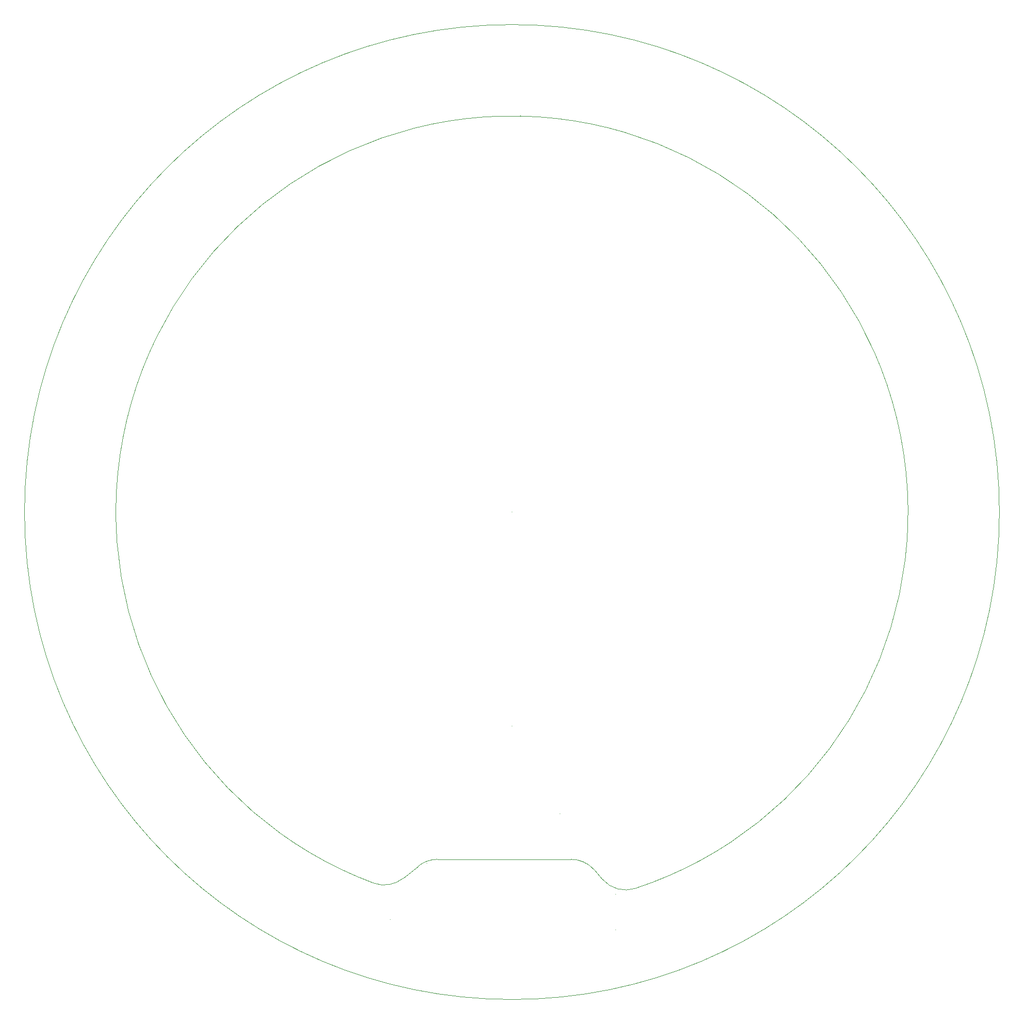
<source format=gbr>
%TF.GenerationSoftware,KiCad,Pcbnew,9.0.6*%
%TF.CreationDate,2026-01-20T23:08:51+08:00*%
%TF.ProjectId,Ledx10,4c656478-3130-42e6-9b69-6361645f7063,rev?*%
%TF.SameCoordinates,Original*%
%TF.FileFunction,Profile,NP*%
%FSLAX46Y46*%
G04 Gerber Fmt 4.6, Leading zero omitted, Abs format (unit mm)*
G04 Created by KiCad (PCBNEW 9.0.6) date 2026-01-20 23:08:51*
%MOMM*%
%LPD*%
G01*
G04 APERTURE LIST*
%TA.AperFunction,Profile*%
%ADD10C,0.010050*%
%TD*%
%TA.AperFunction,Profile*%
%ADD11C,0.050000*%
%TD*%
G04 APERTURE END LIST*
D10*
X83840449Y-155027600D02*
G75*
G02*
X83830399Y-155027600I-5025J0D01*
G01*
X83830399Y-155027600D02*
G75*
G02*
X83840449Y-155027600I5025J0D01*
G01*
X97840449Y-132527600D02*
G75*
G02*
X97830399Y-132527600I-5025J0D01*
G01*
X97830399Y-132527600D02*
G75*
G02*
X97840449Y-132527600I5025J0D01*
G01*
X105701825Y-146939796D02*
G75*
G02*
X105691775Y-146939796I-5025J0D01*
G01*
X105691775Y-146939796D02*
G75*
G02*
X105701825Y-146939796I5025J0D01*
G01*
D11*
X107542995Y-154382200D02*
G75*
G02*
X111312470Y-156097272I5J-4999900D01*
G01*
X79978308Y-157483681D02*
X82443201Y-155492628D01*
D10*
X97822920Y-97382200D02*
G75*
G02*
X97812870Y-97382200I-5025J0D01*
G01*
X97812870Y-97382200D02*
G75*
G02*
X97822920Y-97382200I5025J0D01*
G01*
D11*
X111312486Y-156097258D02*
X112703413Y-157693360D01*
X82443201Y-155492628D02*
G75*
G02*
X85585050Y-154382170I3141899J-3889572D01*
G01*
D10*
X83822920Y-154382200D02*
G75*
G02*
X83812870Y-154382200I-5025J0D01*
G01*
X83812870Y-154382200D02*
G75*
G02*
X83822920Y-154382200I5025J0D01*
G01*
D11*
X118027506Y-159160608D02*
G75*
G02*
X112703391Y-157693379I-1554606J4752208D01*
G01*
D10*
X109840449Y-155027600D02*
G75*
G02*
X109830399Y-155027600I-5025J0D01*
G01*
X109830399Y-155027600D02*
G75*
G02*
X109840449Y-155027600I5025J0D01*
G01*
X114822920Y-160119749D02*
G75*
G02*
X114812870Y-160119749I-5025J0D01*
G01*
X114812870Y-160119749D02*
G75*
G02*
X114822920Y-160119749I5025J0D01*
G01*
D11*
X177817895Y-97382200D02*
G75*
G02*
X17817895Y-97382200I-80000000J0D01*
G01*
X17817895Y-97382200D02*
G75*
G02*
X177817895Y-97382200I80000000J0D01*
G01*
X75087999Y-158278438D02*
G75*
G02*
X118027506Y-159160608I22729897J60896238D01*
G01*
D10*
X77822920Y-159228784D02*
G75*
G02*
X77812870Y-159228784I-5025J0D01*
G01*
X77812870Y-159228784D02*
G75*
G02*
X77822920Y-159228784I5025J0D01*
G01*
D11*
X85585050Y-154382200D02*
X107542995Y-154382200D01*
D10*
X109822920Y-154382200D02*
G75*
G02*
X109812870Y-154382200I-5025J0D01*
G01*
X109812870Y-154382200D02*
G75*
G02*
X109822920Y-154382200I5025J0D01*
G01*
X77840449Y-164249044D02*
G75*
G02*
X77830399Y-164249044I-5025J0D01*
G01*
X77830399Y-164249044D02*
G75*
G02*
X77840449Y-164249044I5025J0D01*
G01*
D11*
X79978308Y-157483681D02*
G75*
G02*
X75088016Y-158278393I-3141808J3889581D01*
G01*
D10*
X114840449Y-165952890D02*
G75*
G02*
X114830399Y-165952890I-5025J0D01*
G01*
X114830399Y-165952890D02*
G75*
G02*
X114840449Y-165952890I5025J0D01*
G01*
M02*

</source>
